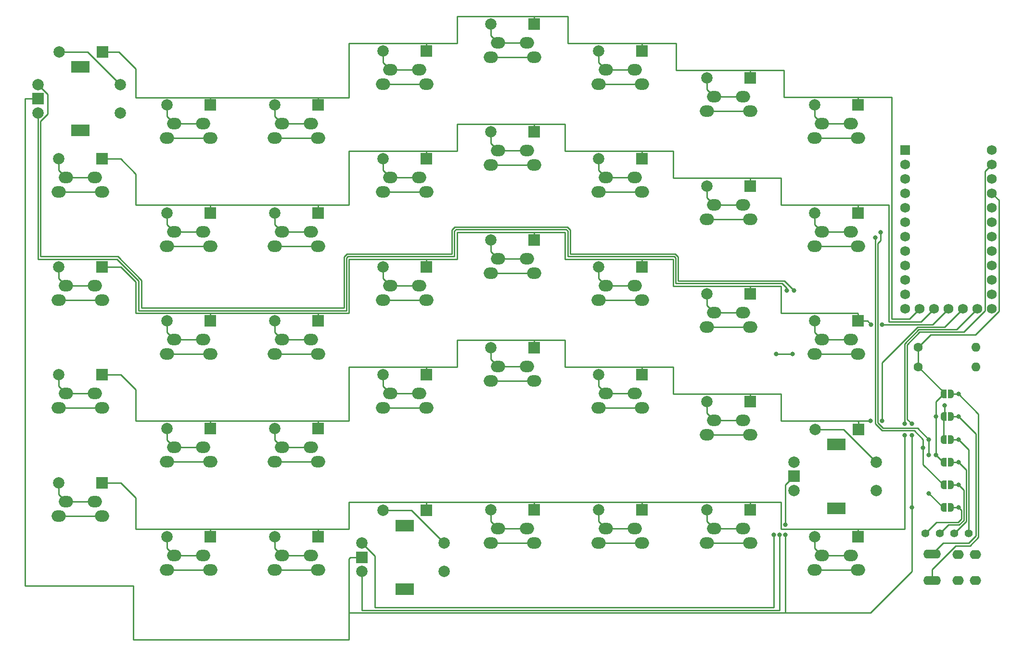
<source format=gtl>
%TF.GenerationSoftware,KiCad,Pcbnew,(6.0.4-0)*%
%TF.CreationDate,2022-03-31T21:48:39+02:00*%
%TF.ProjectId,PCB,5043422e-6b69-4636-9164-5f7063625858,rev?*%
%TF.SameCoordinates,Original*%
%TF.FileFunction,Copper,L1,Top*%
%TF.FilePolarity,Positive*%
%FSLAX46Y46*%
G04 Gerber Fmt 4.6, Leading zero omitted, Abs format (unit mm)*
G04 Created by KiCad (PCBNEW (6.0.4-0)) date 2022-03-31 21:48:39*
%MOMM*%
%LPD*%
G01*
G04 APERTURE LIST*
G04 Aperture macros list*
%AMFreePoly0*
4,1,22,0.500000,-0.750000,0.000000,-0.750000,0.000000,-0.745033,-0.079941,-0.743568,-0.215256,-0.701293,-0.333266,-0.622738,-0.424486,-0.514219,-0.481581,-0.384460,-0.499164,-0.250000,-0.500000,-0.250000,-0.500000,0.250000,-0.499164,0.250000,-0.499963,0.256109,-0.478152,0.396186,-0.417904,0.524511,-0.324060,0.630769,-0.204165,0.706417,-0.067858,0.745374,0.000000,0.744959,0.000000,0.750000,
0.500000,0.750000,0.500000,-0.750000,0.500000,-0.750000,$1*%
%AMFreePoly1*
4,1,20,0.000000,0.744959,0.073905,0.744508,0.209726,0.703889,0.328688,0.626782,0.421226,0.519385,0.479903,0.390333,0.500000,0.250000,0.500000,-0.250000,0.499851,-0.262216,0.476331,-0.402017,0.414519,-0.529596,0.319384,-0.634700,0.198574,-0.708877,0.061801,-0.746166,0.000000,-0.745033,0.000000,-0.750000,-0.500000,-0.750000,-0.500000,0.750000,0.000000,0.750000,0.000000,0.744959,
0.000000,0.744959,$1*%
G04 Aperture macros list end*
%TA.AperFunction,ComponentPad*%
%ADD10C,1.600000*%
%TD*%
%TA.AperFunction,ComponentPad*%
%ADD11O,1.600000X1.600000*%
%TD*%
%TA.AperFunction,ComponentPad*%
%ADD12O,2.500000X2.000000*%
%TD*%
%TA.AperFunction,ComponentPad*%
%ADD13C,2.000000*%
%TD*%
%TA.AperFunction,ComponentPad*%
%ADD14R,2.000000X2.000000*%
%TD*%
%TA.AperFunction,ComponentPad*%
%ADD15O,3.100000X1.600000*%
%TD*%
%TA.AperFunction,ComponentPad*%
%ADD16O,2.000000X1.600000*%
%TD*%
%TA.AperFunction,SMDPad,CuDef*%
%ADD17FreePoly0,0.000000*%
%TD*%
%TA.AperFunction,SMDPad,CuDef*%
%ADD18FreePoly1,0.000000*%
%TD*%
%TA.AperFunction,ComponentPad*%
%ADD19R,3.200000X2.000000*%
%TD*%
%TA.AperFunction,ComponentPad*%
%ADD20R,1.752600X1.752600*%
%TD*%
%TA.AperFunction,ComponentPad*%
%ADD21C,1.752600*%
%TD*%
%TA.AperFunction,ComponentPad*%
%ADD22C,1.397000*%
%TD*%
%TA.AperFunction,ViaPad*%
%ADD23C,0.800000*%
%TD*%
%TA.AperFunction,Conductor*%
%ADD24C,0.250000*%
%TD*%
G04 APERTURE END LIST*
D10*
X221420000Y-96250000D03*
D11*
X231580000Y-96250000D03*
D10*
X221420000Y-92750000D03*
D11*
X231580000Y-92750000D03*
D12*
X77810000Y-103460000D03*
X70190000Y-103460000D03*
X71460000Y-100920000D03*
X76540000Y-100920000D03*
D13*
X70190000Y-97618000D03*
D14*
X77810000Y-97618000D03*
D12*
X191810000Y-51210000D03*
X184190000Y-51210000D03*
X185460000Y-48670000D03*
X190540000Y-48670000D03*
D13*
X184190000Y-45368000D03*
D14*
X191810000Y-45368000D03*
D15*
X223862500Y-129200000D03*
X223862500Y-133800000D03*
D16*
X228412500Y-129220000D03*
X228412500Y-133800000D03*
X231412500Y-133800000D03*
X231412500Y-129220000D03*
D12*
X172810000Y-84460000D03*
X165190000Y-84460000D03*
X166460000Y-81920000D03*
X171540000Y-81920000D03*
D13*
X165190000Y-78618000D03*
D14*
X172810000Y-78618000D03*
D12*
X172810000Y-65460000D03*
X165190000Y-65460000D03*
X166460000Y-62920000D03*
X171540000Y-62920000D03*
D13*
X165190000Y-59618000D03*
D14*
X172810000Y-59618000D03*
D12*
X210810000Y-55960000D03*
X203190000Y-55960000D03*
X209540000Y-53420000D03*
X204460000Y-53420000D03*
D13*
X203190000Y-50118000D03*
D14*
X210810000Y-50118000D03*
D12*
X70190000Y-84460000D03*
X77810000Y-84460000D03*
X71460000Y-81920000D03*
X76540000Y-81920000D03*
D13*
X70190000Y-78618000D03*
D14*
X77810000Y-78618000D03*
D17*
X225850000Y-105000000D03*
D18*
X227150000Y-105000000D03*
D12*
X115810000Y-74960000D03*
X108190000Y-74960000D03*
X109460000Y-72420000D03*
X114540000Y-72420000D03*
D13*
X108190000Y-69118000D03*
D14*
X115810000Y-69118000D03*
D17*
X225850000Y-113000000D03*
D18*
X227150000Y-113000000D03*
D12*
X203190000Y-131960000D03*
X210810000Y-131960000D03*
X209540000Y-129420000D03*
X204460000Y-129420000D03*
D13*
X203190000Y-126118000D03*
D14*
X210810000Y-126118000D03*
D13*
X214000000Y-118000000D03*
X214000000Y-113000000D03*
X203250000Y-107250000D03*
D14*
X210870000Y-107250000D03*
D13*
X199500000Y-113000000D03*
X199500000Y-118000000D03*
D14*
X199500000Y-115500000D03*
D19*
X207000000Y-109900000D03*
X207000000Y-121100000D03*
D12*
X165190000Y-46460000D03*
X172810000Y-46460000D03*
X166460000Y-43920000D03*
X171540000Y-43920000D03*
D13*
X165190000Y-40618000D03*
D14*
X172810000Y-40618000D03*
D17*
X225850000Y-101000000D03*
D18*
X227150000Y-101000000D03*
D12*
X77810000Y-122460000D03*
X70190000Y-122460000D03*
X71460000Y-119920000D03*
X76540000Y-119920000D03*
D13*
X70190000Y-116618000D03*
D14*
X77810000Y-116618000D03*
D12*
X146190000Y-79710000D03*
X153810000Y-79710000D03*
X147460000Y-77170000D03*
X152540000Y-77170000D03*
D13*
X146190000Y-73868000D03*
D14*
X153810000Y-73868000D03*
D12*
X127190000Y-84460000D03*
X134810000Y-84460000D03*
X133540000Y-81920000D03*
X128460000Y-81920000D03*
D13*
X127190000Y-78618000D03*
D14*
X134810000Y-78618000D03*
D12*
X96810000Y-93960000D03*
X89190000Y-93960000D03*
X95540000Y-91420000D03*
X90460000Y-91420000D03*
D13*
X89190000Y-88118000D03*
D14*
X96810000Y-88118000D03*
D12*
X134810000Y-65460000D03*
X127190000Y-65460000D03*
X133540000Y-62920000D03*
X128460000Y-62920000D03*
D13*
X127190000Y-59618000D03*
D14*
X134810000Y-59618000D03*
D13*
X81000000Y-51500000D03*
X81000000Y-46500000D03*
X70250000Y-40750000D03*
D14*
X77870000Y-40750000D03*
D13*
X66500000Y-46500000D03*
X66500000Y-51500000D03*
D14*
X66500000Y-49000000D03*
D19*
X74000000Y-43400000D03*
X74000000Y-54600000D03*
D12*
X146190000Y-98710000D03*
X153810000Y-98710000D03*
X152540000Y-96170000D03*
X147460000Y-96170000D03*
D13*
X146190000Y-92868000D03*
D14*
X153810000Y-92868000D03*
D12*
X134810000Y-46460000D03*
X127190000Y-46460000D03*
X133540000Y-43920000D03*
X128460000Y-43920000D03*
D13*
X127190000Y-40618000D03*
D14*
X134810000Y-40618000D03*
D12*
X89190000Y-55960000D03*
X96810000Y-55960000D03*
X90460000Y-53420000D03*
X95540000Y-53420000D03*
D13*
X89190000Y-50118000D03*
D14*
X96810000Y-50118000D03*
D12*
X191810000Y-127210000D03*
X184190000Y-127210000D03*
X190540000Y-124670000D03*
X185460000Y-124670000D03*
D13*
X184190000Y-121368000D03*
D14*
X191810000Y-121368000D03*
D12*
X184190000Y-89210000D03*
X191810000Y-89210000D03*
X190540000Y-86670000D03*
X185460000Y-86670000D03*
D13*
X184190000Y-83368000D03*
D14*
X191810000Y-83368000D03*
D12*
X127190000Y-103460000D03*
X134810000Y-103460000D03*
X128460000Y-100920000D03*
X133540000Y-100920000D03*
D13*
X127190000Y-97618000D03*
D14*
X134810000Y-97618000D03*
D12*
X184190000Y-70210000D03*
X191810000Y-70210000D03*
X190540000Y-67670000D03*
X185460000Y-67670000D03*
D13*
X184190000Y-64368000D03*
D14*
X191810000Y-64368000D03*
D17*
X225850000Y-109000000D03*
D18*
X227150000Y-109000000D03*
D12*
X89190000Y-74960000D03*
X96810000Y-74960000D03*
X95540000Y-72420000D03*
X90460000Y-72420000D03*
D13*
X89190000Y-69118000D03*
D14*
X96810000Y-69118000D03*
D12*
X115810000Y-93960000D03*
X108190000Y-93960000D03*
X109460000Y-91420000D03*
X114540000Y-91420000D03*
D13*
X108190000Y-88118000D03*
D14*
X115810000Y-88118000D03*
D12*
X108190000Y-55960000D03*
X115810000Y-55960000D03*
X114540000Y-53420000D03*
X109460000Y-53420000D03*
D13*
X108190000Y-50118000D03*
D14*
X115810000Y-50118000D03*
D17*
X225850000Y-121000000D03*
D18*
X227150000Y-121000000D03*
D12*
X210810000Y-93960000D03*
X203190000Y-93960000D03*
X204460000Y-91420000D03*
X209540000Y-91420000D03*
D13*
X203190000Y-88118000D03*
D14*
X210810000Y-88118000D03*
D12*
X77810000Y-65460000D03*
X70190000Y-65460000D03*
X71460000Y-62920000D03*
X76540000Y-62920000D03*
D13*
X70190000Y-59618000D03*
D14*
X77810000Y-59618000D03*
D12*
X172810000Y-103460000D03*
X165190000Y-103460000D03*
X171540000Y-100920000D03*
X166460000Y-100920000D03*
D13*
X165190000Y-97618000D03*
D14*
X172810000Y-97618000D03*
D12*
X153810000Y-60710000D03*
X146190000Y-60710000D03*
X152540000Y-58170000D03*
X147460000Y-58170000D03*
D13*
X146190000Y-54868000D03*
D14*
X153810000Y-54868000D03*
D20*
X219130000Y-58016750D03*
D21*
X219130000Y-60556750D03*
X219130000Y-63096750D03*
X219130000Y-65636750D03*
X219130000Y-68176750D03*
X219130000Y-70716750D03*
X219130000Y-73256750D03*
X219130000Y-75796750D03*
X219130000Y-78336750D03*
X219130000Y-80876750D03*
X219130000Y-83416750D03*
X219130000Y-85956750D03*
X234370000Y-85956750D03*
X234370000Y-83416750D03*
X234370000Y-80876750D03*
X234370000Y-78336750D03*
X234370000Y-75796750D03*
X234370000Y-73256750D03*
X234370000Y-70716750D03*
X234370000Y-68176750D03*
X234370000Y-65636750D03*
X234370000Y-63096750D03*
X234370000Y-60556750D03*
X234370000Y-58016750D03*
X221670000Y-85956750D03*
X224210000Y-85956750D03*
X226750000Y-85956750D03*
X229290000Y-85956750D03*
X231830000Y-85956750D03*
D22*
X222690000Y-125500000D03*
X225230000Y-125500000D03*
X227770000Y-125500000D03*
X230310000Y-125500000D03*
D12*
X191810000Y-108210000D03*
X184190000Y-108210000D03*
X190540000Y-105670000D03*
X185460000Y-105670000D03*
D13*
X184190000Y-102368000D03*
D14*
X191810000Y-102368000D03*
D12*
X146190000Y-127210000D03*
X153810000Y-127210000D03*
X152540000Y-124670000D03*
X147460000Y-124670000D03*
D13*
X146190000Y-121368000D03*
D14*
X153810000Y-121368000D03*
D12*
X146190000Y-41710000D03*
X153810000Y-41710000D03*
X152540000Y-39170000D03*
X147460000Y-39170000D03*
D13*
X146190000Y-35868000D03*
D14*
X153810000Y-35868000D03*
D12*
X115810000Y-131960000D03*
X108190000Y-131960000D03*
X114540000Y-129420000D03*
X109460000Y-129420000D03*
D13*
X108190000Y-126118000D03*
D14*
X115810000Y-126118000D03*
D12*
X203190000Y-74960000D03*
X210810000Y-74960000D03*
X209540000Y-72420000D03*
X204460000Y-72420000D03*
D13*
X203190000Y-69118000D03*
D14*
X210810000Y-69118000D03*
D12*
X89190000Y-112960000D03*
X96810000Y-112960000D03*
X95540000Y-110420000D03*
X90460000Y-110420000D03*
D13*
X89190000Y-107118000D03*
D14*
X96810000Y-107118000D03*
D13*
X138000000Y-132250000D03*
X138000000Y-127250000D03*
X127250000Y-121500000D03*
D14*
X134870000Y-121500000D03*
D13*
X123500000Y-127250000D03*
X123500000Y-132250000D03*
D14*
X123500000Y-129750000D03*
D19*
X131000000Y-135350000D03*
X131000000Y-124150000D03*
D12*
X115810000Y-112960000D03*
X108190000Y-112960000D03*
X109460000Y-110420000D03*
X114540000Y-110420000D03*
D13*
X108190000Y-107118000D03*
D14*
X115810000Y-107118000D03*
D12*
X172810000Y-127210000D03*
X165190000Y-127210000D03*
X171540000Y-124670000D03*
X166460000Y-124670000D03*
D13*
X165190000Y-121368000D03*
D14*
X172810000Y-121368000D03*
D17*
X225850000Y-117000000D03*
D18*
X227150000Y-117000000D03*
D12*
X96810000Y-131960000D03*
X89190000Y-131960000D03*
X90460000Y-129420000D03*
X95540000Y-129420000D03*
D13*
X89190000Y-126118000D03*
D14*
X96810000Y-126118000D03*
D23*
X223250000Y-118500000D03*
X214750000Y-72525500D03*
X223262299Y-108987701D03*
X223250000Y-111750000D03*
X199500000Y-82750000D03*
X198250000Y-82750000D03*
X196000497Y-125750000D03*
X197000000Y-125750000D03*
X224500000Y-105000000D03*
X224500000Y-111750000D03*
X215000000Y-88750000D03*
X213101469Y-88750000D03*
X213000000Y-105750000D03*
X215000000Y-105750000D03*
X219000000Y-108250000D03*
X219000000Y-106250000D03*
X228500000Y-121000000D03*
X228500000Y-117000000D03*
X199290000Y-93960000D03*
X196426940Y-93960000D03*
X213825969Y-73500000D03*
X222250000Y-110500000D03*
X198000000Y-125750000D03*
X220250000Y-106250000D03*
X220250000Y-108250000D03*
X226000000Y-103000000D03*
X198000000Y-124000000D03*
X220250000Y-121000000D03*
X228500000Y-113000000D03*
X228500000Y-109000000D03*
X228500000Y-101000000D03*
X228500000Y-105000000D03*
D24*
X223250000Y-118500000D02*
X225750000Y-121000000D01*
X221274598Y-107000000D02*
X223262299Y-108987701D01*
X225750000Y-121000000D02*
X225850000Y-121000000D01*
X214275489Y-106050103D02*
X215225386Y-107000000D01*
X214750000Y-74000000D02*
X214275489Y-74474511D01*
X214750000Y-72525500D02*
X214750000Y-74000000D01*
X223262299Y-111737701D02*
X223250000Y-111750000D01*
X215225386Y-107000000D02*
X221274598Y-107000000D01*
X214275489Y-74474511D02*
X214275489Y-106050103D01*
X223262299Y-108987701D02*
X223262299Y-111737701D01*
X68250000Y-51699520D02*
X68250000Y-48250000D01*
X160149040Y-72127606D02*
X159622395Y-71600960D01*
X120350960Y-85850960D02*
X84750000Y-85850960D01*
X66949520Y-53000000D02*
X68250000Y-51699520D01*
X160149040Y-76350960D02*
X160149040Y-72127606D01*
X179149040Y-81100960D02*
X179149040Y-76877605D01*
X68250000Y-48250000D02*
X66500000Y-46500000D01*
X159622395Y-71600960D02*
X139877606Y-71600960D01*
X66949520Y-76800480D02*
X66949520Y-53000000D01*
X120877606Y-76350960D02*
X120350960Y-76877605D01*
X179149040Y-76877605D02*
X178622394Y-76350960D01*
X139350960Y-72127605D02*
X139350960Y-76350960D01*
X199500000Y-82750000D02*
X197850960Y-81100960D01*
X120350960Y-76877605D02*
X120350960Y-85850960D01*
X84750000Y-85850960D02*
X84750000Y-80978566D01*
X139350960Y-76350960D02*
X120877606Y-76350960D01*
X80571914Y-76800480D02*
X66949520Y-76800480D01*
X139877606Y-71600960D02*
X139350960Y-72127605D01*
X178622394Y-76350960D02*
X160149040Y-76350960D01*
X84750000Y-80978566D02*
X80571914Y-76800480D01*
X197850960Y-81100960D02*
X179149040Y-81100960D01*
X139800480Y-72313803D02*
X139800480Y-76800480D01*
X198250000Y-82750000D02*
X198250000Y-82364283D01*
X178436197Y-76800480D02*
X159699520Y-76800480D01*
X84250000Y-81114283D02*
X80385717Y-77250000D01*
X140063803Y-72050480D02*
X139800480Y-72313803D01*
X66500000Y-77250000D02*
X66500000Y-51500000D01*
X198250000Y-82364283D02*
X197436197Y-81550480D01*
X121063803Y-76800480D02*
X120800480Y-77063803D01*
X159436197Y-72050480D02*
X140063803Y-72050480D01*
X80385717Y-77250000D02*
X66500000Y-77250000D01*
X159699520Y-72313803D02*
X159436197Y-72050480D01*
X178699520Y-77063803D02*
X178436197Y-76800480D01*
X178699520Y-81550480D02*
X178699520Y-77063803D01*
X159699520Y-76800480D02*
X159699520Y-72313803D01*
X197436197Y-81550480D02*
X178699520Y-81550480D01*
X139800480Y-76800480D02*
X121063803Y-76800480D01*
X84250000Y-86300480D02*
X84250000Y-81114283D01*
X120800480Y-77063803D02*
X120800480Y-86300480D01*
X120800480Y-86300480D02*
X84250000Y-86300480D01*
X196000000Y-125750497D02*
X196000000Y-138600960D01*
X196000000Y-138600960D02*
X125750000Y-138600960D01*
X125750000Y-129500000D02*
X123500000Y-127250000D01*
X196000497Y-125750000D02*
X196000000Y-125750497D01*
X125750000Y-138600960D02*
X125750000Y-129500000D01*
X197000000Y-139050480D02*
X123500000Y-139050480D01*
X123500000Y-139050480D02*
X123500000Y-132250000D01*
X197000000Y-125750000D02*
X197000000Y-139050480D01*
X96810000Y-131960000D02*
X89190000Y-131960000D01*
X96810000Y-112960000D02*
X89190000Y-112960000D01*
X89190000Y-55960000D02*
X96810000Y-55960000D01*
X96810000Y-93960000D02*
X89190000Y-93960000D01*
X89190000Y-74960000D02*
X96810000Y-74960000D01*
X77810000Y-103460000D02*
X70190000Y-103460000D01*
X70190000Y-122460000D02*
X77810000Y-122460000D01*
X70190000Y-65460000D02*
X77810000Y-65460000D01*
X70190000Y-84460000D02*
X77810000Y-84460000D01*
X115810000Y-74960000D02*
X108190000Y-74960000D01*
X115810000Y-93960000D02*
X108190000Y-93960000D01*
X108190000Y-112960000D02*
X115810000Y-112960000D01*
X108190000Y-131960000D02*
X115810000Y-131960000D01*
X108190000Y-55960000D02*
X115810000Y-55960000D01*
X221420000Y-92750000D02*
X221420000Y-96250000D01*
X224500000Y-102350000D02*
X225850000Y-101000000D01*
X231476874Y-90548080D02*
X235570811Y-86454143D01*
X224500000Y-105000000D02*
X224500000Y-102350000D01*
X223621920Y-90548080D02*
X231476874Y-90548080D01*
X221420000Y-96250000D02*
X225850000Y-100680000D01*
X224500000Y-111750000D02*
X224500000Y-105000000D01*
X224500000Y-111750000D02*
X225750000Y-113000000D01*
X225850000Y-100680000D02*
X225850000Y-101000000D01*
X225750000Y-113000000D02*
X225850000Y-113000000D01*
X221420000Y-92750000D02*
X223621920Y-90548080D01*
X235570811Y-66837561D02*
X234370000Y-65636750D01*
X235570811Y-86454143D02*
X235570811Y-66837561D01*
X172810000Y-39310000D02*
X172750000Y-39250000D01*
X134810000Y-39310000D02*
X134750000Y-39250000D01*
X159750000Y-34500000D02*
X159750000Y-39250000D01*
X121250000Y-39250000D02*
X134750000Y-39250000D01*
X216750000Y-87750000D02*
X219876750Y-87750000D01*
X115793489Y-48793489D02*
X121206511Y-48793489D01*
X219876750Y-87750000D02*
X221670000Y-85956750D01*
X115810000Y-48810000D02*
X115793489Y-48793489D01*
X197750000Y-44000000D02*
X197750000Y-48750000D01*
X153750000Y-34500000D02*
X159750000Y-34500000D01*
X153810000Y-34560000D02*
X153750000Y-34500000D01*
X178750000Y-39250000D02*
X178750000Y-44000000D01*
X96810000Y-48810000D02*
X96793489Y-48793489D01*
X140250000Y-39250000D02*
X140250000Y-34500000D01*
X115810000Y-50118000D02*
X115810000Y-48810000D01*
X191810000Y-44060000D02*
X191750000Y-44000000D01*
X83750000Y-48793489D02*
X96793489Y-48793489D01*
X178750000Y-44000000D02*
X191750000Y-44000000D01*
X210810000Y-48810000D02*
X210750000Y-48750000D01*
X191810000Y-45368000D02*
X191810000Y-44060000D01*
X216750000Y-48750000D02*
X216750000Y-87750000D01*
X134810000Y-40618000D02*
X134810000Y-39310000D01*
X191750000Y-44000000D02*
X197750000Y-44000000D01*
X96810000Y-50118000D02*
X96810000Y-48810000D01*
X121206511Y-48793489D02*
X121250000Y-48750000D01*
X172750000Y-39250000D02*
X178750000Y-39250000D01*
X197750000Y-48750000D02*
X210750000Y-48750000D01*
X153810000Y-35868000D02*
X153810000Y-34560000D01*
X96793489Y-48793489D02*
X115793489Y-48793489D01*
X80750000Y-40750000D02*
X83750000Y-43750000D01*
X140250000Y-34500000D02*
X153750000Y-34500000D01*
X159750000Y-39250000D02*
X172750000Y-39250000D01*
X83750000Y-43750000D02*
X83750000Y-48793489D01*
X172810000Y-40618000D02*
X172810000Y-39310000D01*
X210810000Y-50118000D02*
X210810000Y-48810000D01*
X210750000Y-48750000D02*
X216750000Y-48750000D01*
X77870000Y-40750000D02*
X80750000Y-40750000D01*
X134750000Y-39250000D02*
X140250000Y-39250000D01*
X121250000Y-48750000D02*
X121250000Y-39250000D01*
X178250000Y-63000000D02*
X191750000Y-63000000D01*
X153810000Y-54868000D02*
X153810000Y-53560000D01*
X210810000Y-69118000D02*
X210810000Y-67810000D01*
X140250000Y-58250000D02*
X140250000Y-53500000D01*
X121250000Y-58250000D02*
X134750000Y-58250000D01*
X172810000Y-59618000D02*
X172810000Y-58310000D01*
X221916750Y-88250000D02*
X224210000Y-85956750D01*
X191810000Y-64368000D02*
X191810000Y-63060000D01*
X216250000Y-88250000D02*
X221916750Y-88250000D01*
X83750000Y-62250000D02*
X83750000Y-67750000D01*
X159250000Y-53500000D02*
X159250000Y-58250000D01*
X140250000Y-53500000D02*
X153750000Y-53500000D01*
X134810000Y-59618000D02*
X134810000Y-58310000D01*
X115750000Y-67750000D02*
X121250000Y-67750000D01*
X96810000Y-69118000D02*
X96810000Y-67810000D01*
X191750000Y-63000000D02*
X197250000Y-63000000D01*
X121250000Y-67750000D02*
X121250000Y-58250000D01*
X210750000Y-67750000D02*
X216250000Y-67750000D01*
X172810000Y-58310000D02*
X172750000Y-58250000D01*
X115810000Y-67810000D02*
X115750000Y-67750000D01*
X172750000Y-58250000D02*
X178250000Y-58250000D01*
X153750000Y-53500000D02*
X159250000Y-53500000D01*
X216250000Y-67750000D02*
X216250000Y-88250000D01*
X191810000Y-63060000D02*
X191750000Y-63000000D01*
X159250000Y-58250000D02*
X172750000Y-58250000D01*
X197250000Y-63000000D02*
X197250000Y-67750000D01*
X210810000Y-67810000D02*
X210750000Y-67750000D01*
X96810000Y-67810000D02*
X96750000Y-67750000D01*
X197250000Y-67750000D02*
X210750000Y-67750000D01*
X134810000Y-58310000D02*
X134750000Y-58250000D01*
X83750000Y-67750000D02*
X96750000Y-67750000D01*
X81118000Y-59618000D02*
X83750000Y-62250000D01*
X77810000Y-59618000D02*
X81118000Y-59618000D01*
X115810000Y-69118000D02*
X115810000Y-67810000D01*
X134750000Y-58250000D02*
X140250000Y-58250000D01*
X96750000Y-67750000D02*
X115750000Y-67750000D01*
X178250000Y-58250000D02*
X178250000Y-63000000D01*
X153810000Y-53560000D02*
X153750000Y-53500000D01*
X134810000Y-77310000D02*
X134750000Y-77250000D01*
X121250000Y-77250000D02*
X134750000Y-77250000D01*
X115810000Y-86810000D02*
X115750000Y-86750000D01*
X134750000Y-77250000D02*
X140250000Y-77250000D01*
X191750000Y-82000000D02*
X197250000Y-82000000D01*
X197250000Y-86750000D02*
X210750000Y-86750000D01*
X212469469Y-88118000D02*
X210810000Y-88118000D01*
X159250000Y-77250000D02*
X172750000Y-77250000D01*
X121250000Y-86750000D02*
X121250000Y-77250000D01*
X153750000Y-72500000D02*
X159250000Y-72500000D01*
X159250000Y-72500000D02*
X159250000Y-77250000D01*
X215000000Y-88750000D02*
X223956750Y-88750000D01*
X153810000Y-72560000D02*
X153750000Y-72500000D01*
X140250000Y-72500000D02*
X153750000Y-72500000D01*
X96810000Y-88118000D02*
X96810000Y-86810000D01*
X115750000Y-86750000D02*
X121250000Y-86750000D01*
X191810000Y-82060000D02*
X191750000Y-82000000D01*
X134810000Y-78618000D02*
X134810000Y-77310000D01*
X191810000Y-83368000D02*
X191810000Y-82060000D01*
X77810000Y-78618000D02*
X81118000Y-78618000D01*
X197250000Y-82000000D02*
X197250000Y-86750000D01*
X223956750Y-88750000D02*
X226750000Y-85956750D01*
X210810000Y-88118000D02*
X210810000Y-86810000D01*
X178250000Y-82000000D02*
X191750000Y-82000000D01*
X178250000Y-77250000D02*
X178250000Y-82000000D01*
X96750000Y-86750000D02*
X115750000Y-86750000D01*
X213101469Y-88750000D02*
X212469469Y-88118000D01*
X172810000Y-78618000D02*
X172810000Y-77310000D01*
X115810000Y-88118000D02*
X115810000Y-86810000D01*
X83750000Y-86750000D02*
X96750000Y-86750000D01*
X172810000Y-77310000D02*
X172750000Y-77250000D01*
X210810000Y-86810000D02*
X210750000Y-86750000D01*
X140250000Y-77250000D02*
X140250000Y-72500000D01*
X172750000Y-77250000D02*
X178250000Y-77250000D01*
X83750000Y-81250000D02*
X83750000Y-86750000D01*
X81118000Y-78618000D02*
X83750000Y-81250000D01*
X96810000Y-86810000D02*
X96750000Y-86750000D01*
X153810000Y-73868000D02*
X153810000Y-72560000D01*
X221300480Y-89199520D02*
X226047230Y-89199520D01*
X121250000Y-105750000D02*
X121250000Y-96250000D01*
X140250000Y-96250000D02*
X140250000Y-91500000D01*
X83750000Y-100250000D02*
X83750000Y-105750000D01*
X172810000Y-97618000D02*
X172810000Y-96310000D01*
X178250000Y-96250000D02*
X178250000Y-101000000D01*
X210870000Y-107250000D02*
X210870000Y-105870000D01*
X77810000Y-97618000D02*
X81118000Y-97618000D01*
X115810000Y-105810000D02*
X115750000Y-105750000D01*
X115750000Y-105750000D02*
X121250000Y-105750000D01*
X215000000Y-105750000D02*
X215000000Y-95500000D01*
X96810000Y-107118000D02*
X96810000Y-105810000D01*
X83750000Y-105750000D02*
X96750000Y-105750000D01*
X140250000Y-91500000D02*
X153750000Y-91500000D01*
X178250000Y-101000000D02*
X191750000Y-101000000D01*
X210870000Y-105870000D02*
X210750000Y-105750000D01*
X96810000Y-105810000D02*
X96750000Y-105750000D01*
X215000000Y-95500000D02*
X221300480Y-89199520D01*
X191810000Y-101060000D02*
X191750000Y-101000000D01*
X96750000Y-105750000D02*
X115750000Y-105750000D01*
X197250000Y-101000000D02*
X197250000Y-105750000D01*
X172750000Y-96250000D02*
X178250000Y-96250000D01*
X134810000Y-96310000D02*
X134750000Y-96250000D01*
X153810000Y-92868000D02*
X153810000Y-91560000D01*
X210750000Y-105750000D02*
X213000000Y-105750000D01*
X153810000Y-91560000D02*
X153750000Y-91500000D01*
X121250000Y-96250000D02*
X134750000Y-96250000D01*
X197250000Y-105750000D02*
X210750000Y-105750000D01*
X191750000Y-101000000D02*
X197250000Y-101000000D01*
X134750000Y-96250000D02*
X140250000Y-96250000D01*
X153750000Y-91500000D02*
X159250000Y-91500000D01*
X115810000Y-107118000D02*
X115810000Y-105810000D01*
X159250000Y-91500000D02*
X159250000Y-96250000D01*
X134810000Y-97618000D02*
X134810000Y-96310000D01*
X81118000Y-97618000D02*
X83750000Y-100250000D01*
X191810000Y-102368000D02*
X191810000Y-101060000D01*
X159250000Y-96250000D02*
X172750000Y-96250000D01*
X172810000Y-96310000D02*
X172750000Y-96250000D01*
X226047230Y-89199520D02*
X229290000Y-85956750D01*
X83750000Y-119250000D02*
X83750000Y-124750000D01*
X121250000Y-124750000D02*
X121250000Y-120000000D01*
X96810000Y-126118000D02*
X96810000Y-124810000D01*
X81118000Y-116618000D02*
X83750000Y-119250000D01*
X197250000Y-120000000D02*
X197250000Y-124750000D01*
X134870000Y-121500000D02*
X134870000Y-120120000D01*
X77810000Y-116618000D02*
X81118000Y-116618000D01*
X172750000Y-120000000D02*
X191750000Y-120000000D01*
X210810000Y-126118000D02*
X210810000Y-124810000D01*
X191810000Y-121368000D02*
X191810000Y-120060000D01*
X210810000Y-124810000D02*
X210750000Y-124750000D01*
X115810000Y-124810000D02*
X115750000Y-124750000D01*
X221486678Y-89649040D02*
X228137710Y-89649040D01*
X153750000Y-120000000D02*
X172750000Y-120000000D01*
X134870000Y-120120000D02*
X134750000Y-120000000D01*
X219000000Y-106250000D02*
X219000000Y-92135718D01*
X96750000Y-124750000D02*
X115750000Y-124750000D01*
X121250000Y-120000000D02*
X134750000Y-120000000D01*
X115810000Y-126118000D02*
X115810000Y-124810000D01*
X153810000Y-121368000D02*
X153810000Y-120060000D01*
X83750000Y-124750000D02*
X96750000Y-124750000D01*
X96810000Y-124810000D02*
X96750000Y-124750000D01*
X219000000Y-124750000D02*
X210750000Y-124750000D01*
X228137710Y-89649040D02*
X231830000Y-85956750D01*
X197250000Y-124750000D02*
X210750000Y-124750000D01*
X172810000Y-120060000D02*
X172750000Y-120000000D01*
X115750000Y-124750000D02*
X121250000Y-124750000D01*
X219000000Y-108250000D02*
X219000000Y-124750000D01*
X172810000Y-121368000D02*
X172810000Y-120060000D01*
X134750000Y-120000000D02*
X153750000Y-120000000D01*
X191810000Y-120060000D02*
X191750000Y-120000000D01*
X191750000Y-120000000D02*
X197250000Y-120000000D01*
X219000000Y-92135718D02*
X221486678Y-89649040D01*
X153810000Y-120060000D02*
X153750000Y-120000000D01*
X228500000Y-121000000D02*
X227150000Y-121000000D01*
X228961440Y-123037124D02*
X228420615Y-123577949D01*
X228961440Y-121461440D02*
X228961440Y-123037124D01*
X228500000Y-121000000D02*
X228961440Y-121461440D01*
X228420615Y-123577949D02*
X224612051Y-123577949D01*
X224612051Y-123577949D02*
X222690000Y-125500000D01*
X229410960Y-123223322D02*
X228606813Y-124027469D01*
X227150000Y-117000000D02*
X228500000Y-117000000D01*
X226702531Y-124027469D02*
X225230000Y-125500000D01*
X229410960Y-117910960D02*
X229410960Y-123223322D01*
X228500000Y-117000000D02*
X229410960Y-117910960D01*
X228606813Y-124027469D02*
X226702531Y-124027469D01*
X75250000Y-40750000D02*
X81000000Y-46500000D01*
X70250000Y-40750000D02*
X75250000Y-40750000D01*
X203250000Y-107250000D02*
X208250000Y-107250000D01*
X208250000Y-107250000D02*
X214000000Y-113000000D01*
X127250000Y-121500000D02*
X132250000Y-121500000D01*
X132250000Y-121500000D02*
X138000000Y-127250000D01*
X95540000Y-53420000D02*
X90460000Y-53420000D01*
X89190000Y-52150000D02*
X90460000Y-53420000D01*
X89190000Y-50118000D02*
X89190000Y-52150000D01*
X114540000Y-53420000D02*
X109460000Y-53420000D01*
X108190000Y-50118000D02*
X108190000Y-52150000D01*
X108190000Y-52150000D02*
X109460000Y-53420000D01*
X128460000Y-43920000D02*
X133540000Y-43920000D01*
X127190000Y-40618000D02*
X127190000Y-42650000D01*
X127190000Y-42650000D02*
X128460000Y-43920000D01*
X146190000Y-35868000D02*
X146190000Y-37900000D01*
X147460000Y-39170000D02*
X152540000Y-39170000D01*
X146190000Y-37900000D02*
X147460000Y-39170000D01*
X165190000Y-40618000D02*
X165190000Y-42650000D01*
X165190000Y-42650000D02*
X166460000Y-43920000D01*
X171540000Y-43920000D02*
X166460000Y-43920000D01*
X184190000Y-47400000D02*
X185460000Y-48670000D01*
X190540000Y-48670000D02*
X185460000Y-48670000D01*
X184190000Y-45368000D02*
X184190000Y-47400000D01*
X203190000Y-52150000D02*
X204460000Y-53420000D01*
X203190000Y-50118000D02*
X203190000Y-52150000D01*
X209540000Y-53420000D02*
X204460000Y-53420000D01*
X71460000Y-62920000D02*
X76540000Y-62920000D01*
X70190000Y-59618000D02*
X70190000Y-61650000D01*
X70190000Y-61650000D02*
X71460000Y-62920000D01*
X90460000Y-72420000D02*
X95540000Y-72420000D01*
X89190000Y-71150000D02*
X90460000Y-72420000D01*
X89190000Y-69118000D02*
X89190000Y-71150000D01*
X108190000Y-69118000D02*
X108190000Y-71150000D01*
X108190000Y-71150000D02*
X109460000Y-72420000D01*
X109460000Y-72420000D02*
X114540000Y-72420000D01*
X128460000Y-62920000D02*
X133540000Y-62920000D01*
X127190000Y-59618000D02*
X127190000Y-61650000D01*
X127190000Y-61650000D02*
X128460000Y-62920000D01*
X147460000Y-58170000D02*
X152540000Y-58170000D01*
X146190000Y-56900000D02*
X147460000Y-58170000D01*
X146190000Y-54868000D02*
X146190000Y-56900000D01*
X166460000Y-62920000D02*
X171540000Y-62920000D01*
X165190000Y-61650000D02*
X166460000Y-62920000D01*
X165190000Y-59618000D02*
X165190000Y-61650000D01*
X185460000Y-67670000D02*
X190540000Y-67670000D01*
X184190000Y-66400000D02*
X185460000Y-67670000D01*
X184190000Y-64368000D02*
X184190000Y-66400000D01*
X204460000Y-72420000D02*
X209540000Y-72420000D01*
X203190000Y-71150000D02*
X204460000Y-72420000D01*
X203190000Y-69118000D02*
X203190000Y-71150000D01*
X70190000Y-78618000D02*
X70190000Y-80650000D01*
X71460000Y-81920000D02*
X76540000Y-81920000D01*
X70190000Y-80650000D02*
X71460000Y-81920000D01*
X90460000Y-91420000D02*
X95540000Y-91420000D01*
X89190000Y-90150000D02*
X90460000Y-91420000D01*
X89190000Y-88118000D02*
X89190000Y-90150000D01*
X109460000Y-91420000D02*
X114540000Y-91420000D01*
X108190000Y-88118000D02*
X108190000Y-90150000D01*
X108190000Y-90150000D02*
X109460000Y-91420000D01*
X127190000Y-78618000D02*
X127190000Y-80650000D01*
X127190000Y-80650000D02*
X128460000Y-81920000D01*
X128460000Y-81920000D02*
X133540000Y-81920000D01*
X146190000Y-73868000D02*
X146190000Y-75900000D01*
X146190000Y-75900000D02*
X147460000Y-77170000D01*
X147460000Y-77170000D02*
X152540000Y-77170000D01*
X165190000Y-78618000D02*
X165190000Y-80650000D01*
X165190000Y-80650000D02*
X166460000Y-81920000D01*
X166460000Y-81920000D02*
X171540000Y-81920000D01*
X184190000Y-85400000D02*
X185460000Y-86670000D01*
X184190000Y-83368000D02*
X184190000Y-85400000D01*
X185460000Y-86670000D02*
X190540000Y-86670000D01*
X203190000Y-90150000D02*
X204460000Y-91420000D01*
X203190000Y-88118000D02*
X203190000Y-90150000D01*
X204460000Y-91420000D02*
X209540000Y-91420000D01*
X70190000Y-99650000D02*
X71460000Y-100920000D01*
X70190000Y-97618000D02*
X70190000Y-99650000D01*
X71460000Y-100920000D02*
X76540000Y-100920000D01*
X89190000Y-107118000D02*
X89190000Y-109150000D01*
X89190000Y-109150000D02*
X90460000Y-110420000D01*
X90460000Y-110420000D02*
X95540000Y-110420000D01*
X108190000Y-107118000D02*
X108190000Y-109150000D01*
X109460000Y-110420000D02*
X114540000Y-110420000D01*
X108190000Y-109150000D02*
X109460000Y-110420000D01*
X127190000Y-97618000D02*
X127190000Y-99650000D01*
X127190000Y-99650000D02*
X128460000Y-100920000D01*
X128460000Y-100920000D02*
X133540000Y-100920000D01*
X146190000Y-92868000D02*
X146190000Y-94900000D01*
X147460000Y-96170000D02*
X152540000Y-96170000D01*
X146190000Y-94900000D02*
X147460000Y-96170000D01*
X165190000Y-97618000D02*
X165190000Y-99650000D01*
X165190000Y-99650000D02*
X166460000Y-100920000D01*
X166460000Y-100920000D02*
X171540000Y-100920000D01*
X184190000Y-104400000D02*
X185460000Y-105670000D01*
X184190000Y-102368000D02*
X184190000Y-104400000D01*
X185460000Y-105670000D02*
X190540000Y-105670000D01*
X71460000Y-119920000D02*
X76540000Y-119920000D01*
X70190000Y-118650000D02*
X71460000Y-119920000D01*
X70190000Y-116618000D02*
X70190000Y-118650000D01*
X147460000Y-124670000D02*
X152540000Y-124670000D01*
X146190000Y-123400000D02*
X147460000Y-124670000D01*
X146190000Y-121368000D02*
X146190000Y-123400000D01*
X165190000Y-121368000D02*
X165190000Y-123400000D01*
X166460000Y-124670000D02*
X171540000Y-124670000D01*
X165190000Y-123400000D02*
X166460000Y-124670000D01*
X184190000Y-123400000D02*
X185460000Y-124670000D01*
X185460000Y-124670000D02*
X190540000Y-124670000D01*
X184190000Y-121368000D02*
X184190000Y-123400000D01*
X203190000Y-126118000D02*
X203190000Y-128150000D01*
X204460000Y-129420000D02*
X209540000Y-129420000D01*
X203190000Y-128150000D02*
X204460000Y-129420000D01*
X89190000Y-126118000D02*
X89190000Y-128150000D01*
X90460000Y-129420000D02*
X95540000Y-129420000D01*
X89190000Y-128150000D02*
X90460000Y-129420000D01*
X114540000Y-129420000D02*
X109460000Y-129420000D01*
X108190000Y-126118000D02*
X108190000Y-128150000D01*
X108190000Y-128150000D02*
X109460000Y-129420000D01*
X127190000Y-84460000D02*
X134810000Y-84460000D01*
X134810000Y-65460000D02*
X127190000Y-65460000D01*
X127190000Y-46460000D02*
X134810000Y-46460000D01*
X127190000Y-103460000D02*
X134810000Y-103460000D01*
X146190000Y-98710000D02*
X153810000Y-98710000D01*
X146190000Y-41710000D02*
X153810000Y-41710000D01*
X153810000Y-60710000D02*
X146190000Y-60710000D01*
X146190000Y-127210000D02*
X153810000Y-127210000D01*
X153810000Y-79710000D02*
X146190000Y-79710000D01*
X172810000Y-65460000D02*
X165190000Y-65460000D01*
X172810000Y-84460000D02*
X165190000Y-84460000D01*
X165190000Y-127210000D02*
X172810000Y-127210000D01*
X165190000Y-46460000D02*
X172810000Y-46460000D01*
X165190000Y-103460000D02*
X172810000Y-103460000D01*
X191810000Y-108210000D02*
X184190000Y-108210000D01*
X184190000Y-51210000D02*
X191810000Y-51210000D01*
X191810000Y-70210000D02*
X184190000Y-70210000D01*
X184190000Y-127210000D02*
X191810000Y-127210000D01*
X191810000Y-89210000D02*
X184190000Y-89210000D01*
X199290000Y-93960000D02*
X196426940Y-93960000D01*
X210810000Y-74960000D02*
X203190000Y-74960000D01*
X210810000Y-55960000D02*
X203190000Y-55960000D01*
X210810000Y-93960000D02*
X203190000Y-93960000D01*
X210810000Y-131960000D02*
X203190000Y-131960000D01*
X215039188Y-107449520D02*
X220699520Y-107449520D01*
X213825969Y-106236300D02*
X215039188Y-107449520D01*
X222250000Y-109000000D02*
X222250000Y-110500000D01*
X222250000Y-110500000D02*
X222250000Y-113400000D01*
X213825969Y-73500000D02*
X213825969Y-106236300D01*
X222250000Y-113400000D02*
X225850000Y-117000000D01*
X220699520Y-107449520D02*
X222250000Y-109000000D01*
X83250000Y-134750000D02*
X83250000Y-144250000D01*
X121500000Y-129750000D02*
X121250000Y-130000000D01*
X64250000Y-134750000D02*
X83250000Y-134750000D01*
X213000000Y-139500000D02*
X198000000Y-139500000D01*
X219449520Y-92321916D02*
X221672876Y-90098560D01*
X198000000Y-139500000D02*
X121250000Y-139500000D01*
X233169189Y-86315765D02*
X233169189Y-61757561D01*
X233169189Y-61757561D02*
X234370000Y-60556750D01*
X198000000Y-124000000D02*
X198000000Y-117000000D01*
X121250000Y-144250000D02*
X121250000Y-139500000D01*
X225850000Y-105000000D02*
X225850000Y-109000000D01*
X198000000Y-125750000D02*
X198000000Y-139500000D01*
X226000000Y-103000000D02*
X226000000Y-104850000D01*
X221672876Y-90098560D02*
X229386394Y-90098560D01*
X229386394Y-90098560D02*
X233169189Y-86315765D01*
X198000000Y-117000000D02*
X199500000Y-115500000D01*
X64250000Y-49000000D02*
X64250000Y-134750000D01*
X226000000Y-104850000D02*
X225850000Y-105000000D01*
X83250000Y-144250000D02*
X121250000Y-144250000D01*
X66500000Y-49000000D02*
X64250000Y-49000000D01*
X220250000Y-106250000D02*
X219449520Y-105449520D01*
X123500000Y-129750000D02*
X121500000Y-129750000D01*
X220250000Y-132250000D02*
X213000000Y-139500000D01*
X219449520Y-105449520D02*
X219449520Y-92321916D01*
X121250000Y-130000000D02*
X121250000Y-139500000D01*
X220250000Y-108250000D02*
X220250000Y-121000000D01*
X220250000Y-121000000D02*
X220250000Y-132250000D01*
X228500000Y-113000000D02*
X229860480Y-114360480D01*
X228500000Y-113000000D02*
X227150000Y-113000000D01*
X229860480Y-123409520D02*
X227770000Y-125500000D01*
X229860480Y-114360480D02*
X229860480Y-123409520D01*
X230310000Y-110810000D02*
X230310000Y-125500000D01*
X227150000Y-109000000D02*
X228500000Y-109000000D01*
X228500000Y-109000000D02*
X230310000Y-110810000D01*
X223862500Y-131887500D02*
X223862500Y-133800000D01*
X232000000Y-104500000D02*
X232000000Y-126250000D01*
X230500000Y-127750000D02*
X228000000Y-127750000D01*
X228500000Y-101000000D02*
X232000000Y-104500000D01*
X232000000Y-126250000D02*
X230500000Y-127750000D01*
X228000000Y-127750000D02*
X223862500Y-131887500D01*
X228500000Y-101000000D02*
X227150000Y-101000000D01*
X231500000Y-108000000D02*
X231500000Y-126000000D01*
X228500000Y-105000000D02*
X227150000Y-105000000D01*
X228500000Y-105000000D02*
X231500000Y-108000000D01*
X230250000Y-127250000D02*
X225812500Y-127250000D01*
X225812500Y-127250000D02*
X223862500Y-129200000D01*
X231500000Y-126000000D02*
X230250000Y-127250000D01*
M02*

</source>
